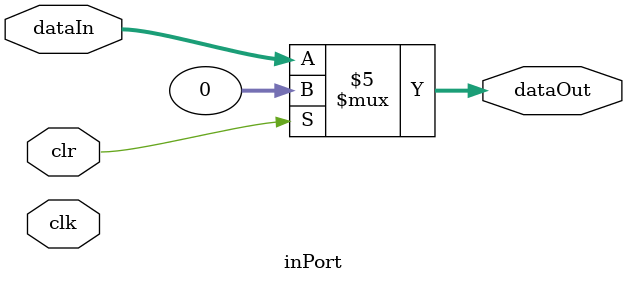
<source format=v>
module inPort(
	output reg[31:0] dataOut,
	input wire[31:0] dataIn,
	input wire clr, clk
);


initial begin
	dataOut <= 0;
end

always @(*) begin
	if(clr == 1)
		dataOut <= 0;
	else
		dataOut <= dataIn;
end

endmodule

</source>
